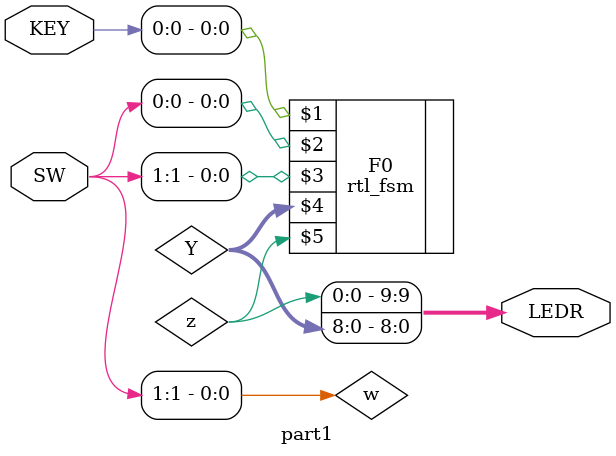
<source format=v>
module part1 (SW, KEY, LEDR);
  input [1:0] SW;
  input [1:0] KEY;
  output [9:0] LEDR;

  wire [8:0] D, Y;
  wire w, z;

  assign w = SW[1];

  rtl_fsm F0 (KEY[0], SW[0], w, Y, z);

  assign LEDR[8:0] = Y;
  assign LEDR[9] = z;
endmodule

</source>
